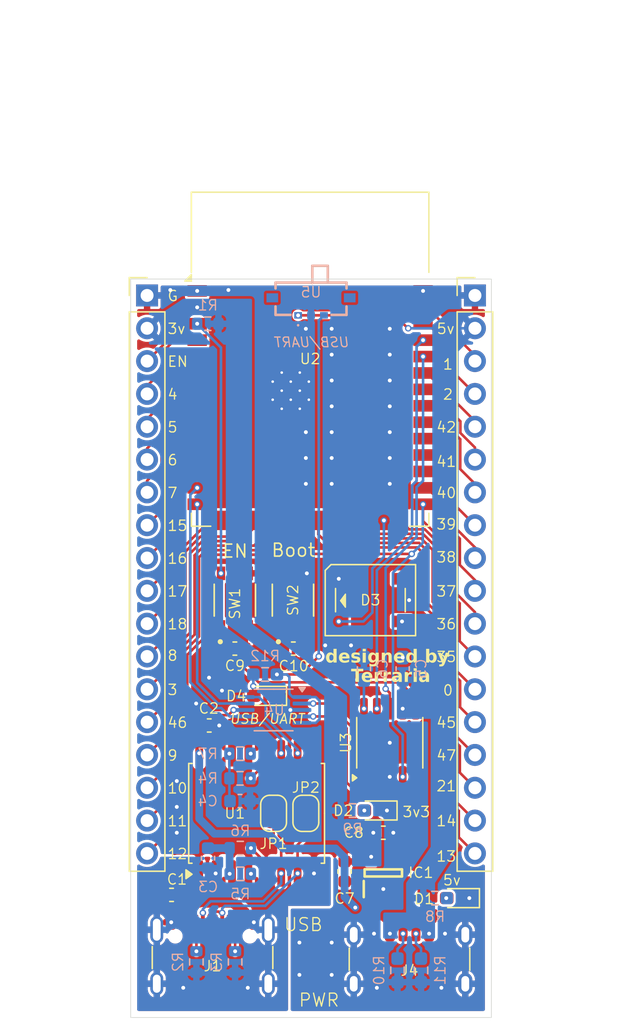
<source format=kicad_pcb>
(kicad_pcb (version 20241229) (generator "pcbnew") (generator_version "9.0")
  (layers (0 "F.Cu" signal) (2 "B.Cu" signal) (13 "F.Paste" user) (15 "B.Paste" user) (5 "F.SilkS" user "F.Silkscreen") (7 "B.SilkS" user "B.Silkscreen") (1 "F.Mask" user) (3 "B.Mask" user) (25 "Edge.Cuts" user))
  (net 0 "")
  (net 1 "VBUS")
  (net 2 "GNDPWR")
  (net 3 "+5V")
  (net 4 "GND")
  (net 5 "Net-(U1-VDD1)")
  (net 6 "Net-(U1-VDD2)")
  (net 7 "Net-(U3-V3)")
  (net 8 "+3V3")
  (net 9 "EN")
  (net 10 "DTR#")
  (net 11 "Net-(D1-A)")
  (net 12 "Net-(D2-A)")
  (net 13 "Net-(D3-DIN)")
  (net 15 "Net-(D4-A)")
  (net 17 "Net-(J1-CC1)")
  (net 18 "Net-(JP2-A)")
  (net 19 "Net-(J1-CC2)")
  (net 20 "Net-(JP1-A)")
  (net 23 "/IO18")
  (net 24 "/IO16")
  (net 25 "/IO45")
  (net 26 "/IO38")
  (net 27 "/IO17")
  (net 28 "/IO41")
  (net 29 "/IO42")
  (net 30 "/IO36")
  (net 31 "/IO47")
  (net 32 "/IO39")
  (net 33 "/IO40")
  (net 34 "/IO37")
  (net 35 "/IO35")
  (net 36 "/IO46")
  (net 37 "/IO21")
  (net 38 "/IO3")
  (net 39 "/IO14")
  (net 40 "/IO15")
  (net 41 "/IO13")
  (net 42 "/IO1")
  (net 43 "/IO4")
  (net 44 "/IO2")
  (net 45 "/IO9")
  (net 46 "/IO8")
  (net 47 "/IO6")
  (net 48 "/IO7")
  (net 49 "/IO11")
  (net 50 "/IO12")
  (net 51 "/IO5")
  (net 52 "/IO10")
  (net 53 "Net-(J4-CC1)")
  (net 54 "Net-(J4-CC2)")
  (net 55 "DD-")
  (net 56 "DD+")
  (net 57 "Net-(U1-PIN)")
  (net 58 "Net-(U1-PDEN)")
  (net 59 "Net-(U1-SPU)")
  (net 60 "Net-(U1-SPD)")
  (net 61 "sw")
  (net 62 "D+")
  (net 63 "D-")
  (net 64 "Rx")
  (net 65 "Tx")
  (net 67 "UD+")
  (net 68 "UD-")
  (footprint "Connector_PinHeader_2.54mm:PinHeader_1x18_P2.54mm_Vertical" (layer "F.Cu") (at 228.6 58.42)
    (property "Reference" "J2" (hide yes))
    (property "Value" "Conn_01x18_Pin" (hide yes))
  )
  (footprint "Package_SO:SSOP-10-1EP_3.9x4.9mm_P1mm_EP2.1x3.3mm" (layer "F.Cu") (at 222 93.0375 90)
    (property "Reference" "U3")
    (property "Value" "CH340K")
  )
  (footprint "Yamaha:SW_SKRPABE010" (layer "F.Cu") (at 210 82 90)
    (property "Reference" "SW1")
    (property "Value" "SW_MEC_5E" (hide yes))
  )
  (footprint "Connector_USB:USB_C_Receptacle_GCT_USB4105-xx-A_16P_TopMnt_Horizontal" (layer "F.Cu") (at 208.27 110.61)
    (property "Reference" "J1")
    (property "Value" "USB_C_Receptacle_USB2.0_16P" (hide yes))
  )
  (footprint "Connector_PinHeader_2.54mm:PinHeader_1x18_P2.54mm_Vertical" (layer "F.Cu") (at 203.2 58.42)
    (property "Reference" "J3" (hide yes))
    (property "Value" "Conn_01x18_Pin" (hide yes))
  )
  (footprint "Package_SO:SOIC-16W_7.5x10.3mm_P1.27mm" (layer "F.Cu") (at 211.685 98.5 90)
    (property "Reference" "U1")
    (property "Value" "ADUM3160" (hide yes))
  )
  (footprint "Capacitor_SMD:C_0603_1608Metric" (layer "F.Cu") (at 218.5 103 -90)
    (property "Reference" "C7")
    (property "Value" "C_Small" (hide yes))
  )
  (footprint "Capacitor_SMD:C_0603_1608Metric" (layer "F.Cu") (at 210 85.75 180)
    (property "Reference" "C9")
    (property "Value" "C_Small" (hide yes))
  )
  (footprint "Capacitor_SMD:C_0603_1608Metric" (layer "F.Cu") (at 214.53 85.75 180)
    (property "Reference" "C10")
    (property "Value" "C_Small")
  )
  (footprint "RF_Module:ESP32-S3-WROOM-1" (layer "F.Cu") (at 215.83 63.33)
    (property "Reference" "U2")
    (property "Value" "ESP32-S3-WROOM-1")
  )
  (footprint "Jumper:SolderJumper-2_P1.3mm_Open_RoundedPad1.0x1.5mm" (layer "F.Cu") (at 213 98.5 90)
    (property "Reference" "JP1")
    (property "Value" "SolderJumper_2_Open" (hide yes))
  )
  (footprint "Capacitor_SMD:C_0603_1608Metric" (layer "F.Cu") (at 208.015 91.7 180)
    (property "Reference" "C2")
    (property "Value" "C_Small" (hide yes))
  )
  (footprint "LED_SMD:LED_0603_1608Metric_Pad1.05x0.95mm_HandSolder" (layer "F.Cu") (at 227.2875 105.06 180)
    (property "Reference" "D1")
    (property "Value" "LED_Small" (hide yes))
  )
  (footprint "Jumper:SolderJumper-2_P1.3mm_Open_RoundedPad1.0x1.5mm" (layer "F.Cu") (at 215.5 98.5 90)
    (property "Reference" "JP2")
    (property "Value" "SolderJumper_2_Open" (hide yes))
  )
  (footprint "Capacitor_SMD:C_0603_1608Metric" (layer "F.Cu") (at 221.5 100)
    (property "Reference" "C8")
    (property "Value" "C_Small" (hide yes))
  )
  (footprint "Yamaha:SW_SKRPABE010" (layer "F.Cu") (at 214.5 82 90)
    (property "Reference" "SW2")
    (property "Value" "SW_MEC_5E" (hide yes))
  )
  (footprint "LED_SMD:LED_0603_1608Metric_Pad1.05x0.95mm_HandSolder" (layer "F.Cu") (at 220.905 98.28 180)
    (property "Reference" "D2")
    (property "Value" "LED_Small" (hide yes))
  )
  (footprint "LED_SMD:LED_0603_1608Metric_Pad1.05x0.95mm_HandSolder" (layer "F.Cu") (at 212.344 89.408 180)
    (property "Reference" "D4")
    (property "Value" "LED_Small" (hide yes))
  )
  (footprint "Capacitor_SMD:C_0603_1608Metric" (layer "F.Cu") (at 205.095 104.81)
    (property "Reference" "C1")
    (property "Value" "C_Small" (hide yes))
  )
  (footprint "LED_SMD:LED_WS2812B_PLCC4_5.0x5.0mm_P3.2mm" (layer "F.Cu") (at 220.5 82 180)
    (property "Reference" "D3")
    (property "Value" "WS2812B" (hide yes))
  )
  (footprint "Connector_USB:USB_C_Receptacle_GCT_USB4125-xx-x_6P_TopMnt_Horizontal" (layer "F.Cu") (at 223.53 110.89)
    (property "Reference" "J4")
    (property "Value" "USB_C_Receptacle_PowerOnly_6P" (hide yes))
  )
  (footprint "footprints:SOT94P280X100-5N" (layer "F.Cu") (at 221.5 103.11 90)
    (property "Reference" "IC1")
    (property "Value" "RT9080N-08GJ5" (hide yes))
  )
  (footprint "Capacitor_SMD:C_0603_1608Metric" (layer "B.Cu") (at 210.4 97.55 180)
    (property "Reference" "C4")
    (property "Value" "C_Small" (hide yes))
  )
  (footprint "Resistor_SMD:R_0603_1608Metric_Pad0.98x0.95mm_HandSolder" (layer "B.Cu") (at 212.344 87.75 180)
    (property "Reference" "R12")
    (property "Value" "10k" (hide yes))
  )
  (footprint "Resistor_SMD:R_0603_1608Metric_Pad0.98x0.95mm_HandSolder" (layer "B.Cu") (at 219.12 98.28)
    (property "Reference" "R9")
    (property "Value" "10k" (hide yes))
  )
  (footprint "Resistor_SMD:R_0603_1608Metric" (layer "B.Cu") (at 210.42 103.18)
    (property "Reference" "R5")
    (property "Value" "10k")
  )
  (footprint "Capacitor_SMD:C_0603_1608Metric_Pad1.08x0.95mm_HandSolder" (layer "B.Cu") (at 220 87.3075 90)
    (property "Reference" "C6")
    (property "Value" "0.1u" (hide yes))
  )
  (footprint "Capacitor_SMD:C_0603_1608Metric" (layer "B.Cu") (at 207.92 101.965 90)
    (property "Reference" "C3")
    (property "Value" "C_Small" (hide yes))
  )
  (footprint "Resistor_SMD:R_0603_1608Metric_Pad0.98x0.95mm_HandSolder" (layer "B.Cu") (at 225.5075 105.06)
    (property "Reference" "R8")
    (property "Value" "10k" (hide yes))
  )
  (footprint "Resistor_SMD:R_0603_1608Metric" (layer "B.Cu") (at 207.02 110 -90)
    (property "Reference" "R2")
    (property "Value" "4.7k" (hide yes))
  )
  (footprint "Resistor_SMD:R_0603_1608Metric" (layer "B.Cu") (at 210.02 110 -90)
    (property "Reference" "R3")
    (property "Value" "4.7k" (hide yes))
  )
  (footprint "Package_SO:VSSOP-10_3x3mm_P0.5mm" (layer "B.Cu") (at 213 90.5 180)
    (property "Reference" "U4")
    (property "Value" "TS5A23159DGS")
  )
  (footprint "Resistor_SMD:R_0603_1608Metric_Pad0.98x0.95mm_HandSolder" (layer "B.Cu") (at 222.6 110.6525 -90)
    (property "Reference" "R10")
    (property "Value" "4.7k" (hide yes))
  )
  (footprint "Capacitor_SMD:C_0603_1608Metric_Pad1.08x0.95mm_HandSolder" (layer "B.Cu") (at 223 87.3075 90)
    (property "Reference" "C5")
    (property "Value" "0.1u" (hide yes))
  )
  (footprint "Resistor_SMD:R_0603_1608Metric" (layer "B.Cu") (at 210.4 95.79 180)
    (property "Reference" "R4")
    (property "Value" "10k")
  )
  (footprint "Resistor_SMD:R_0603_1608Metric" (layer "B.Cu") (at 210.4 93.88 180)
    (property "Reference" "R7")
    (property "Value" "10k")
  )
  (footprint "Resistor_SMD:R_0603_1608Metric" (layer "B.Cu") (at 210.42 101.19)
    (property "Reference" "R6")
    (property "Value" "10k")
  )
  (footprint "Resistor_SMD:R_0603_1608Metric_Pad0.98x0.95mm_HandSolder" (layer "B.Cu") (at 224.42 110.6525 -90)
    (property "Reference" "R11")
    (property "Value" "4.7k" (hide yes))
  )
  (footprint "Resistor_SMD:R_0603_1608Metric" (layer "B.Cu") (at 207.905 60.61 180)
    (property "Reference" "R1")
    (property "Value" "10k")
  )
  (footprint "footprints:SSAJ120100" (layer "B.Cu") (at 215.9 58.674)
    (property "Reference" "U5")
    (property "Value" "~" (hide yes))
  )
  (gr_poly (pts (xy 218.186 82.042) (xy 218.567 81.534) (xy 218.567 82.55)) (stroke (width 0.1)) (fill yes) (layer "F.SilkS"))
  (gr_rect (start 201.93 57.15) (end 229.87 114.3) (stroke (width 0.05)) (fill no) (layer "Edge.Cuts"))
  (gr_text "13" (at 225.552 102.3 0) (layer "F.SilkS") (effects (font (size 0.8 0.8) (thickness 0.1)) (justify left bottom)))
  (gr_text "2" (at 226.06 66.548 0) (layer "F.SilkS") (effects (font (size 0.8 0.8) (thickness 0.1)) (justify left bottom)))
  (gr_text "3v" (at 204.724 61.468 0) (layer "F.SilkS") (effects (font (size 0.8 0.8) (thickness 0.1)) (justify left bottom)))
  (gr_text "38" (at 225.552 79.15 0) (layer "F.SilkS") (effects (font (size 0.8 0.8) (thickness 0.1)) (justify left bottom)))
  (gr_text "37" (at 225.552 81.788 0) (layer "F.SilkS") (effects (font (size 0.8 0.8) (thickness 0.1)) (justify left bottom)))
  (gr_text "41" (at 225.552 71.75 0) (layer "F.SilkS") (effects (font (size 0.8 0.8) (thickness 0.1)) (justify left bottom)))
  (gr_text "0" (at 226.06 89.45 0) (layer "F.SilkS") (effects (font (size 0.8 0.8) (thickness 0.1)) (justify left bottom)))
  (gr_text "3v3" (at 222.93 98.86 0) (layer "F.SilkS") (effects (font (size 0.8 0.8) (thickness 0.1)) (justify left bottom)))
  (gr_text "4\n" (at 204.724 66.548 0) (layer "F.SilkS") (effects (font (size 0.8 0.8) (thickness 0.1)) (justify left bottom)))
  (gr_text "46" (at 204.724 91.948 0) (layer "F.SilkS") (effects (font (size 0.8 0.8) (thickness 0.1)) (justify left bottom)))
  (gr_text "USB/UART" (at 209.55 91.625 0) (layer "F.SilkS") (effects (font (size 0.75 0.75) (thickness 0.1) (italic yes)) (justify left bottom)))
  (gr_text "5v" (at 225.58 61.468 0) (layer "F.SilkS") (effects (font (size 0.8 0.8) (thickness 0.1)) (justify left bottom)))
  (gr_text "15" (at 204.724 76.708 0) (layer "F.SilkS") (effects (font (size 0.8 0.8) (thickness 0.1)) (justify left bottom)))
  (gr_text "designed by" (at 217 87 0) (layer "F.SilkS") (effects (font (size 1 1) (thickness 0.2) (bold yes) (italic yes)) (justify left bottom)))
  (gr_text "36" (at 225.552 84.328 0) (layer "F.SilkS") (effects (font (size 0.8 0.8) (thickness 0.1)) (justify left bottom)))
  (gr_text "39" (at 225.552 76.6 0) (layer "F.SilkS") (effects (font (size 0.8 0.8) (thickness 0.1)) (justify left bottom)))
  (gr_text "9" (at 204.724 94.488 0) (layer "F.SilkS") (effects (font (size 0.8 0.8) (thickness 0.1)) (justify left bottom)))
  (gr_text "14" (at 225.552 99.56 0) (layer "F.SilkS") (effects (font (size 0.8 0.8) (thickness 0.1)) (justify left bottom)))
  (gr_text "6" (at 204.724 71.628 0) (layer "F.SilkS") (effects (font (size 0.8 0.8) (thickness 0.1)) (justify left bottom)))
  (gr_text "3" (at 204.724 89.408 0) (layer "F.SilkS") (effects (font (size 0.8 0.8) (thickness 0.1)) (justify left bottom)))
  (gr_text "PWR\n" (at 214.884 113.538 0) (layer "F.SilkS") (effects (font (size 1 1) (thickness 0.1)) (justify left bottom)))
  (gr_text "EN" (at 208.96 78.79 0) (layer "F.SilkS") (effects (font (size 1 1) (thickness 0.125)) (justify left bottom)))
  (gr_text "8" (at 204.724 86.76 0) (layer "F.SilkS") (effects (font (size 0.8 0.8) (thickness 0.1)) (justify left bottom)))
  (gr_text "40" (at 225.552 74.168 0) (layer "F.SilkS") (effects (font (size 0.8 0.8) (thickness 0.1)) (justify left bottom)))
  (gr_text "17" (at 204.724 81.788 0) (layer "F.SilkS") (effects (font (size 0.8 0.8) (thickness 0.1)) (justify left bottom)))
  (gr_text "EN" (at 204.724 64.008 0) (layer "F.SilkS") (effects (font (size 0.8 0.8) (thickness 0.1)) (justify left bottom)))
  (gr_text "G" (at 204.724 58.928 0) (layer "F.SilkS") (effects (font (size 0.8 0.8) (thickness 0.1)) (justify left bottom)))
  (gr_text "5" (at 204.724 69.088 0) (layer "F.SilkS") (effects (font (size 0.8 0.8) (thickness 0.1)) (justify left bottom)))
  (gr_text "5v" (at 226.06 104.14 0) (layer "F.SilkS") (effects (font (size 0.8 0.8) (thickness 0.1)) (justify left bottom)))
  (gr_text "Boot" (at 212.76 78.72 0) (layer "F.SilkS") (effects (font (size 1 1) (thickness 0.125)) (justify left bottom)))
  (gr_text "21" (at 225.552 96.86 0) (layer "F.SilkS") (effects (font (size 0.8 0.8) (thickness 0.1)) (justify left bottom)))
  (gr_text "16" (at 204.724 79.248 0) (layer "F.SilkS") (effects (font (size 0.8 0.8) (thickness 0.1)) (justify left bottom)))
  (gr_text "11" (at 204.724 99.568 0) (layer "F.SilkS") (effects (font (size 0.8 0.8) (thickness 0.1)) (justify left bottom)))
  (gr_text "7" (at 204.724 74.168 0) (layer "F.SilkS") (effects (font (size 0.8 0.8) (thickness 0.1)) (justify left bottom)))
  (gr_text "47" (at 225.552 94.488 0) (layer "F.SilkS") (effects (font (size 0.8 0.8) (thickness 0.1)) (justify left bottom)))
  (gr_text "42" (at 225.552 69.088 0) (layer "F.SilkS") (effects (font (size 0.8 0.8) (thickness 0.1)) (justify left bottom)))
  (gr_text "35" (at 225.552 86.86 0) (layer "F.SilkS") (effects (font (size 0.8 0.8) (thickness 0.1)) (justify left bottom)))
  (gr_text "45" (at 225.552 91.948 0) (layer "F.SilkS") (effects (font (size 0.8 0.8) (thickness 0.1)) (justify left bottom)))
  (gr_text "18" (at 204.724 84.328 0) (layer "F.SilkS") (effects (font (size 0.8 0.8) (thickness 0.1)) (justify left bottom)))
  (gr_text "12" (at 204.724 102.108 0) (layer "F.SilkS") (effects (font (size 0.8 0.8) (thickness 0.1)) (justify left bottom)))
  (gr_text "1\n" (at 226.06 64.22 0) (layer "F.SilkS") (effects (font (size 0.8 0.8) (thickness 0.1)) (justify left bottom)))
  (gr_text "USB" (at 213.741 107.696 0) (layer "F.SilkS") (effects (font (size 1 1) (thickness 0.1)) (justify left bottom)))
  (gr_text "10" (at 204.724 97.028 0) (layer "F.SilkS") (effects (font (size 0.8 0.8) (thickness 0.1)) (justify left bottom)))
  (gr_text "Terraria" (at 219 88.5 0) (layer "F.SilkS") (effects (font (size 1 1) (thickness 0.2) (bold yes) (italic yes)) (justify left bottom)))
  (gr_text "USB/UART" (at 218.948 62.484 -0) (layer "B.SilkS") (effects (font (size 0.75 0.75) (thickness 0.1) (italic yes)) (justify left bottom mirror)))
  (via (at 211.47 106.93) (size 0.5) (drill 0.3) (layers "F.Cu" "B.Cu") (net 2))
  (via (at 205.07 106.93) (size 0.5) (drill 0.3) (layers "F.Cu" "B.Cu") (net 2))
  (via (at 216.13 103.15) (size 0.5) (drill 0.3) (layers "F.Cu" "B.Cu") (net 2))
  (via (at 206 112) (size 0.5) (drill 0.3) (layers "F.Cu" "B.Cu") (net 2))
  (via (at 208.51 103.15) (size 0.5) (drill 0.3) (layers "F.Cu" "B.Cu") (net 2))
  (via (at 211 112) (size 0.5) (drill 0.3) (layers "F.Cu" "B.Cu") (net 2))
  (segment (start 208.33 103.15) (end 207.92 102.74) (width 0.6) (layer "B.Cu") (net 2))
  (segment (start 208.51 103.15) (end 208.33 103.15) (width 0.6) (layer "B.Cu") (net 2))
  (segment (start 207.24 91.7) (end 207.24 93.85) (width 0.6) (layer "F.Cu") (net 3))
  (segment (start 209.5 90.9) (end 208.04 90.9) (width 0.2) (layer "F.Cu") (net 3))
  (segment (start 223.429998 60.96) (end 223.4 60.96) (width 0.2) (layer "F.Cu") (net 3))
  (segment (start 223.4 60.96) (end 222.399 59.959) (width 0.2) (layer "F.Cu") (net 3))
  (segment (start 209.9 90.5) (end 209.5 90.9) (width 0.2) (layer "F.Cu") (net 3))
  (segment (start 222.399 59.959) (end 214.9 59.959) (width 0.2) (layer "F.Cu") (net 3))
  (segment (start 208.04 90.9) (end 207.24 91.7) (width 0.2) (layer "F.Cu") (net 3))
  (via (at 219.329 105.791) (size 0.5) (drill 0.3) (layers "F.Cu" "B.Cu") (net 3))
  (via (at 223 90.4) (size 0.5) (drill 0.3) (layers "F.Cu" "B.Cu") (net 3))
  (via (at 214.9 59.959) (size 0.5) (drill 0.3) (layers "F.Cu" "B.Cu") (net 3))
  (via (at 223.429998 60.96) (size 0.5) (drill 0.3) (layers "F.Cu" "B.Cu") (net 3))
  (via (at 222.01 107.81) (size 0.5) (drill 0.3) (layers "F.Cu" "B.Cu") (net 3))
  (via (at 222.95 83.65) (size 0.5) (drill 0.3) (layers "F.Cu" "B.Cu") (net 3))
  (via (at 207.24 93.85) (size 0.5) (drill 0.3) (layers "F.Cu" "B.Cu") (net 3))
  (via (at 209.9 90.5) (size 0.5) (drill 0.3) (layers "F.Cu" "B.Cu") (net 3))
  (via (at 225.05 107.81) (size 0.5) (drill 0.3) (layers "F.Cu" "B.Cu") (net 3))
  (segment (start 212.598 100.076) (end 208.407 100.076) (width 0.6) (layer "B.Cu") (net 3))
  (segment (start 208.407 100.076) (end 207.24 98.909) (width 0.6) (layer "B.Cu") (net 3))
  (segment (start 218.5 101.914) (end 217.805 101.219) (width 0.6) (layer "B.Cu") (net 3))
  (segment (start 217.805 101.219) (end 213.741 101.219) (width 0.6) (layer "B.Cu") (net 3))
  (segment (start 213.741 101.219) (end 212.598 100.076) (width 0.6) (layer "B.Cu") (net 3))
  (segment (start 225.05 107.81) (end 225.05 105.515) (width 0.6) (layer "B.Cu") (net 3))
  (segment (start 228.6 60.96) (end 223.429998 60.96) (width 0.2) (layer "B.Cu") (net 3))
  (segment (start 210.8 90.5) (end 209.9 90.5) (width 0.2) (layer "B.Cu") (net 3))
  (segment (start 219.329 105.791) (end 218.5 104.962) (width 0.6) (layer "B.Cu") (net 3))
  (segment (start 218.5 104.962) (end 218.5 101.914) (width 0.6) (layer "B.Cu") (net 3))
  (segment (start 225.05 105.515) (end 224.595 105.06) (width 0.6) (layer "B.Cu") (net 3))
  (segment (start 207.24 98.909) (end 207.24 93.85) (width 0.6) (layer "B.Cu") (net 3))
  (via (at 222 65) (size 0.5) (drill 0.3) (layers "F.Cu" "B.Cu") (net 4))
  (via (at 217.5 69) (size 0.5) (drill 0.3) (layers "F.Cu" "B.Cu") (net 4))
  (via (at 208.79 91.7) (size 0.5) (drill 0.3) (layers "F.Cu" "B.Cu") (net 4))
  (via (at 222 61) (size 0.5) (drill 0.3) (layers "F.Cu" "B.Cu") (net 4))
  (via (at 207.08 58.07) (size 0.5) (drill 0.3) (layers "F.Cu" "B.Cu") (net 4))
  (via (at 219 85.5) (size 0.5) (drill 0.3) (layers "F.Cu" "B.Cu") (net 4))
  (via (at 215.5 69) (size 0.5) (drill 0.3) (layers "F.Cu" "B.Cu") (net 4))
  (via (at 217.5 71) (size 0.5) (drill 0.3) (layers "F.Cu" "B.Cu") (net 4))
  (via (at 209 89) (size 0.5) (drill 0.3) (layers "F.Cu" "B.Cu") (net 4))
  (via (at 205.5 96) (size 0.5) (drill 0.3) (layers "F.Cu" "B.Cu") (net 4))
  (via (at 215.5 71) (size 0.5) (drill 0.3) (layers "F.Cu" "B.Cu") (net 4))
  (via (at 208 88) (size 0.5) (drill 0.3) (layers "F.Cu" "B.Cu") (net 4))
  (via (at 222 73) (size 0.5) (drill 0.3) (layers "F.Cu" "B.Cu") (net 4))
  (via (at 222 63) (size 0.5) (drill 0.3) (layers "F.Cu" "B.Cu") (net 4))
  (via (at 217.5 108.5) (size 0.5) (drill 0.3) (layers "F.Cu" "B.Cu") (net 4))
  (via (at 217.5 67) (size 0.5) (drill 0.3) (layers "F.Cu" "B.Cu") (net 4))
  (via (at 215.5 73) (size 0.5) (drill 0.3) (layers "F.Cu" "B.Cu") (net 4))
  (via (at 214.3 90.5) (size 0.5) (drill 0.3) (layers "F.Cu" "B.Cu") (net 4))
  (via (at 222 71) (size 0.5) (drill 0.3) (layers "F.Cu" "B.Cu") (net 4))
  (via (at 205.5 98) (size 0.5) (drill 0.3) (layers "F.Cu" "B.Cu") (net 4))
  (via (at 222 69) (size 0.5) (drill 0.3) (layers "F.Cu" "B.Cu") (net 4))
  (via (at 222 67) (size 0.5) (drill 0.3) (layers "F.Cu" "B.Cu") (net 4))
  (via (at 222 95.675) (size 0.5) (drill 0.3) (layers "F.Cu" "B.Cu") (net 4))
  (via (at 215 108.5) (size 0.5) (drill 0.3) (layers "F.Cu" "B.Cu") (net 4))
  (via (at 205 58) (size 0.5) (drill 0.3) (layers "F.Cu" "B.Cu") (net 4))
  (via (at 218.05 80.35) (size 0.5) (drill 0.3) (layers "F.Cu" "B.Cu") (net 4))
  (via (at 223 86.445) (size 0.5) (drill 0.3) (layers "F.Cu" "B.Cu") (net 4))
  (via (at 222.275 100) (size 0.5) (drill 0.3) (layers "F.Cu" "B.Cu") (net 4))
  (via (at 215.5 61) (size 0.5) (drill 0.3) (layers "F.Cu" "B.Cu") (net 4))
  (via (at 217.5 73) (size 0.5) (drill 0.3) (layers "F.Cu" "B.Cu") (net 4))
  (via (at 221.78 98.28) (size 0.5) (drill 0.3) (layers "F.Cu" "B.Cu") (net 4))
  (via (at 217.5 63) (size 0.5) (drill 0.3) (layers "F.Cu" "B.Cu") (net 4))
  (via (at 228.1625 105.06) (size 0.5) (drill 0.3) (layers "F.Cu" "B.Cu") (net 4))
  (via (at 215.575 79.925) (size 0.5) (drill 0.3) (layers "F.Cu" "B.Cu") (net 4))
  (via (at 209.5 58) (size 0.5) (drill 0.3) (layers "F.Cu" "B.Cu") (net 4))
  (via (at 221 112) (size 0.5) (drill 0.3) (layers "F.Cu" "B.Cu") (net 4))
  (via (at 222 93.0375) (size 0.5) (drill 0.3) (layers "F.Cu" "B.Cu") (net 4))
  (via (at 215 111) (size 0.5) (drill 0.3) (layers "F.Cu" "B.Cu") (net 4))
  (via (at 226 112) (size 0.5) (drill 0.3) (layers "F.Cu" "B.Cu") (net 4))
  (via (at 217.5 61) (size 0.5) (drill 0.3) (layers "F.Cu" "B.Cu") (net 4))
  (via (at 217.5 111) (size 0.5) (drill 0.3) (layers "F.Cu" "B.Cu") (net 4))
  (via (at 220.78 107.81) (size 0.5) (drill 0.3) (layers "F.Cu" "B.Cu") (net 4))
  (via (at 217 85.5) (size 0.5) (drill 0.3) (layers "F.Cu" "B.Cu") (net 4))
  (via (at 223.5 82) (size 0.5) (drill 0.3) (layers "F.Cu" "B.Cu") (net 4))
  (via (at 226.28 107.81) (size 0.5) (drill 0.3) (layers "F.Cu" "B.Cu") (net 4))
  (via (at 205.5 100) (size 0.5) (drill 0.3) (layers "F.Cu" "B.Cu") (net 4))
  (via (at 217.5 65) (size 0.5) (drill 0.3) (layers "F.Cu" "B.Cu") (net 4))
  (via (at 221.5 104.36) (size 0.5) (drill 0.3) (layers "F.Cu" "B.Cu") (net 4))
  (via (at 224.58 58.07) (size 0.5) (drill 0.3) (layers "F.Cu" "B.Cu") (net 4))
  (via (at 207 90) (size 0.5) (drill 0.3) (layers "F.Cu" "B.Cu") (net 4))
  (via (at 209.595 103.18) (size 0.5) (drill 0.3) (layers "F.Cu" "B.Cu") (net 5))
  (segment (start 209.595 101.19) (end 209.595 103.18) (width 0.6) (layer "B.Cu") (net 5))
  (segment (start 207.92 101.19) (end 209.595 101.19) (width 0.6) (layer "B.Cu") (net 5))
  (via (at 209.575 93.88) (size 0.5) (drill 0.3) (layers "F.Cu" "B.Cu") (net 6))
  (segment (start 209.575 95.79) (end 209.575 93.88) (width 0.2) (layer "B.Cu") (net 6))
  (segment (start 209.575 97.5) (end 209.625 97.55) (width 0.2) (layer "B.Cu") (net 6))
  (segment (start 209.575 95.79) (end 209.575 97.5) (width 0.2) (layer "B.Cu") (net 6))
  (via (at 220 90.4) (size 0.5) (drill 0.3) (layers "F.Cu" "B.Cu") (net 7))
  (segment (start 220 88.17) (end 220 90.4) (width 0.2) (layer "B.Cu") (net 7))
  (via (at 207.08 59.34) (size 0.5) (drill 0.3) (layers "F.Cu" "B.Cu") (net 8))
  (via (at 220.56 101.86) (size 0.5) (drill 0.3) (layers "F.Cu" "B.Cu") (net 8))
  (via (at 220.725 100) (size 0.5) (drill 0.3) (layers "F.Cu" "B.Cu") (net 8))
  (segment (start 224 89.57) (end 224 90.4) (width 0.2) (layer "F.Cu") (net 9))
  (segment (start 207.08 60.61) (end 206.09 60.61) (width 0.2) (layer "F.Cu") (net 9))
  (segment (start 211.835 88.36) (end 222.79 88.36) (width 0.2) (layer "F.Cu") (net 9))
  (segment (start 209.225 84.375) (end 208.925 84.075) (width 0.2) (layer "F.Cu") (net 9))
  (segment (start 209.225 85.75) (end 211.835 88.36) (width 0.2) (layer "F.Cu") (net 9))
  (segment (start 206.09 60.61) (end 203.2 63.5) (width 0.2) (layer "F.Cu") (net 9))
  (segment (start 222.79 88.36) (end 224 89.57) (width 0.2) (layer "F.Cu") (net 9))
  (segment (start 208.925 84.075) (end 208.925 79.925) (width 0.2) (layer "F.Cu") (net 9))
  (segment (start 209.225 85.75) (end 209.225 84.375) (width 0.2) (layer "F.Cu") (net 9))
  (via (at 208.925 79.925) (size 0.5) (drill 0.3) (layers "F.Cu" "B.Cu") (net 9))
  (via (at 207.08 60.61) (size 0.5) (drill 0.3) (layers "F.Cu" "B.Cu") (net 9))
  (segment (start 208.925 62.455) (end 208.925 79.925) (width 0.2) (layer "B.Cu") (net 9))
  (segment (start 207.08 60.61) (end 208.925 62.455) (width 0.2) (layer "B.Cu") (net 9))
  (segment (start 224.58 75.885557) (end 226.056 77.361557) (width 0.2) (layer "F.Cu") (net 10))
  (segment (start 213.755 84.405) (end 213.425 84.075) (width 0.2) (layer "F.Cu") (net 10))
  (segment (start 226.056 77.361557) (end 226.377 77.682555) (width 0.2) (layer "F.Cu") (net 10))
  (segment (start 226.377 77.682555) (end 226.377 81.699778) (width 0.2) (layer "F.Cu") (net 10))
  (segment (start 224.58 74.58) (end 224.58 75.885557) (width 0.2) (layer "F.Cu") (net 10))
  (segment (start 214.927 78.423) (end 213.425 79.925) (width 0.2) (layer "F.Cu") (net 10))
  (segment (start 226.377 81.699778) (end 227.069 82.391778) (width 0.2) (layer "F.Cu") (net 10))
  (segment (start 223.7 78.423) (end 214.927 78.423) (width 0.2) (layer "F.Cu") (net 10))
  (segment (start 227.069 87.369) (end 228.6 88.9) (width 0.2) (layer "F.Cu") (net 10))
  (segment (start 213.425 79.925) (end 213.425 84.075) (width 0.2) (layer "F.Cu") (net 10))
  (segment (start 213.755 85.75) (end 213.755 84.405) (width 0.2) (layer "F.Cu") (net 10))
  (segment (start 227.069 82.391778) (end 227.069 87.369) (width 0.2) (layer "F.Cu") (net 10))
  (via (at 224.58 74.58) (size 0.5) (drill 0.3) (layers "F.Cu" "B.Cu") (net 10))
  (via (at 223 95.675) (size 0.5) (drill 0.3) (layers "F.Cu" "B.Cu") (net 10))
  (via (at 223.7 78.423) (size 0.5) (drill 0.3) (layers "F.Cu" "B.Cu") (net 10))
  (segment (start 223 92.43) (end 223 95.675) (width 0.2) (layer "B.Cu") (net 10))
  (segment (start 223.7 78.423) (end 224.56 77.563) (width 0.2) (layer "B.Cu") (net 10))
  (segment (start 224.56 77.563) (end 224.56 74.6) (width 0.2) (layer "B.Cu") (net 10))
  (segment (start 222.25 79.873) (end 222.25 91.68) (width 0.2) (layer "B.Cu") (net 10))
  (segment (start 224.56 74.6) (end 224.58 74.58) (width 0.2) (layer "B.Cu") (net 10))
  (segment (start 223.7 78.423) (end 222.25 79.873) (width 0.2) (layer "B.Cu") (net 10))
  (segment (start 222.25 91.68) (end 223 92.43) (width 0.2) (layer "B.Cu") (net 10))
  (via (at 226.375 105.06) (size 0.5) (drill 0.3) (layers "F.Cu" "B.Cu") (net 11))
  (via (at 220.03 98.28) (size 0.5) (drill 0.3) (layers "F.Cu" "B.Cu") (net 12))
  (via (at 221.545 75.83) (size 0.5) (drill 0.3) (layers "F.Cu" "B.Cu") (net 13))
  (via (at 218.05 83.65) (size 0.5) (drill 0.3) (layers "F.Cu" "B.Cu") (net 13))
  (segment (start 219.96 83.65) (end 218.05 83.65) (width 0.2) (layer "B.Cu") (net 13))
  (segment (start 221.545 75.83) (end 221.545 78.652224) (width 0.2) (layer "B.Cu") (net 13))
  (segment (start 221.545 78.652224) (end 220.649 79.548224) (width 0.2) (layer "B.Cu") (net 13))
  (segment (start 220.649 79.548224) (end 220.649 82.961) (width 0.2) (layer "B.Cu") (net 13))
  (segment (start 220.649 82.961) (end 219.96 83.65) (width 0.2) (layer "B.Cu") (net 13))
  (segment (start 211.428946 88.661054) (end 211.428946 89.367946) (width 0.2) (layer "F.Cu") (net 15))
  (segment (start 211.428946 89.367946) (end 211.469 89.408) (width 0.2) (layer "F.Cu") (net 15))
  (via (at 211.428946 88.661054) (size 0.5) (drill 0.3) (layers "F.Cu" "B.Cu") (net 15))
  (segment (start 211.4315 87.75) (end 211.4315 88.6585) (width 0.2) (layer "B.Cu") (net 15))
  (segment (start 211.4315 88.6585) (end 211.428946 88.661054) (width 0.2) (layer "B.Cu") (net 15))
  (segment (start 207.02 106.93) (end 207.02 109.175) (width 0.2) (layer "F.Cu") (net 17))
  (via (at 207.02 109.175) (size 0.5) (drill 0.3) (layers "F.Cu" "B.Cu") (net 17))
  (segment (start 208.02 106.93) (end 208.02 106.355001) (width 0.2) (layer "F.Cu") (net 18))
  (segment (start 208.7462 106.104) (end 209.02 106.3778) (width 0.2) (layer "F.Cu") (net 18))
  (segment (start 209.02 106.3778) (end 209.02 106.93) (width 0.2) (layer "F.Cu") (net 18))
  (segment (start 215.5 100.29) (end 214.86 100.93) (width 0.2) (layer "F.Cu") (net 18))
  (segment (start 214.86 100.93) (end 214.86 103.15) (width 0.2) (layer "F.Cu") (net 18))
  (segment (start 209.02 106.2) (end 209.02 106.93) (width 0.2) (layer "F.Cu") (net 18))
  (segment (start 215.5 99.15) (end 215.5 100.29) (width 0.2) (layer "F.Cu") (net 18))
  (segment (start 208.271001 106.104) (end 208.7462 106.104) (width 0.2) (layer "F.Cu") (net 18))
  (segment (start 208.02 106.355001) (end 208.271001 106.104) (width 0.2) (layer "F.Cu") (net 18))
  (via (at 209.02 106.2) (size 0.5) (drill 0.3) (layers "F.Cu" "B.Cu") (net 18))
  (via (at 214.86 103.15) (size 0.5) (drill 0.3) (layers "F.Cu" "B.Cu") (net 18))
  (segment (start 209.2244 105.6594) (end 212.3506 105.6594) (width 0.2) (layer "B.Cu") (net 18))
  (segment (start 212.3506 105.6594) (end 214.86 103.15) (width 0.2) (layer "B.Cu") (net 18))
  (segment (start 209.02 106.2) (end 209.02 105.8638) (width 0.2) (layer "B.Cu") (net 18))
  (segment (start 209.02 105.8638) (end 209.2244 105.6594) (width 0.2) (layer "B.Cu") (net 18))
  (segment (start 210.02 106.93) (end 210.02 109.175) (width 0.2) (layer "F.Cu") (net 19))
  (via (at 210.02 109.175) (size 0.5) (drill 0.3) (layers "F.Cu" "B.Cu") (net 19))
  (segment (start 207.52 106.93) (end 207.52 107.504999) (width 0.2) (layer "F.Cu") (net 20))
  (segment (start 213 99.15) (end 213 100.4) (width 0.2) (layer "F.Cu") (net 20))
  (segment (start 207.771001 107.756) (end 208.2542 107.756) (width 0.2) (layer "F.Cu") (net 20))
  (segment (start 208.2542 107.756) (end 208.52 107.4902) (width 0.2) (layer "F.Cu") (net 20))
  (segment (start 213.59 100.99) (end 213.59 103.15) (width 0.2) (layer "F.Cu") (net 20))
  (segment (start 213 100.4) (end 213.59 100.99) (width 0.2) (layer "F.Cu") (net 20))
  (segment (start 207.52 106.2) (end 207.52 106.93) (width 0.2) (layer "F.Cu") (net 20))
  (segment (start 208.52 107.4902) (end 208.52 106.93) (width 0.2) (layer "F.Cu") (net 20))
  (segment (start 207.52 107.504999) (end 207.771001 107.756) (width 0.2) (layer "F.Cu") (net 20))
  (via (at 207.52 106.2) (size 0.5) (drill 0.3) (layers "F.Cu" "B.Cu") (net 20))
  (via (at 213.59 103.15) (size 0.5) (drill 0.3) (layers "F.Cu" "B.Cu") (net 20))
  (segment (start 213.59 103.923612) (end 213.59 103.15) (width 0.2) (layer "B.Cu") (net 20))
  (segment (start 207.52 105.916) (end 208.1276 105.3084) (width 0.2) (layer "B.Cu") (net 20))
  (segment (start 208.1276 105.3084) (end 212.205212 105.3084) (width 0.2) (layer "B.Cu") (net 20))
  (segment (start 207.52 106.2) (end 207.52 105.916) (width 0.2) (layer "B.Cu") (net 20))
  (segment (start 212.205212 105.3084) (end 213.59 103.923612) (width 0.2) (layer "B.Cu") (net 20))
  (segment (start 207.08 70.77) (end 206.13 70.77) (width 0.2) (layer "F.Cu") (net 23))
  (segment (start 205.122 81.898) (end 203.2 83.82) (width 0.2) (layer "F.Cu") (net 23))
  (segment (start 205.724 72.292265) (end 205.453 72.563267) (width 0.2) (layer "F.Cu") (net 23))
  (segment (start 206.13 70.77) (end 205.724 71.176) (width 0.2) (layer "F.Cu") (net 23))
  (segment (start 205.724 71.176) (end 205.724 72.292265) (width 0.2) (layer "F.Cu") (net 23))
  (segment (start 205.452998 75.436171) (end 205.122 75.767166) (width 0.2) (layer "F.Cu") (net 23))
  (segment (start 205.453 72.563267) (end 205.452998 75.436171) (width 0.2) (layer "F.Cu") (net 23))
  (segment (start 205.122 75.767166) (end 205.122 81.898) (width 0.2) (layer "F.Cu") (net 23))
  (segment (start 204.42 77.52) (end 203.2 78.74) (width 0.2) (layer "F.Cu") (net 24))
  (segment (start 204.751 75.145388) (end 204.42 75.476388) (width 0.2) (layer "F.Cu") (net 24))
  (segment (start 205.022 72.001488) (end 204.751 72.272489) (width 0.2) (layer "F.Cu") (net 24))
  (segment (start 204.42 75.476388) (end 204.42 77.52) (width 0.2) (layer "F.Cu") (net 24))
  (segment (start 205.403 69.546169) (end 205.022 69.927166) (width 0.2) (layer "F.Cu") (net 24))
  (segment (start 204.751 72.272489) (end 204.751 75.145388) (width 0.2) (layer "F.Cu") (net 24))
  (segment (start 205.73 68.23) (end 205.403 68.557) (width 0.2) (layer "F.Cu") (net 24))
  (segment (start 205.022 69.927166) (end 205.022 72.001488) (width 0.2) (layer "F.Cu") (net 24))
  (segment (start 205.403 68.557) (end 205.403 69.546169) (width 0.2) (layer "F.Cu") (net 24))
  (segment (start 207.08 68.23) (end 205.73 68.23) (width 0.2) (layer "F.Cu") (net 24))
  (segment (start 226.718 82.537168) (end 226.718 87.514388) (width 0.2) (layer "F.Cu") (net 25))
  (segment (start 227.45 90.29) (end 228.6 91.44) (width 0.2) (layer "F.Cu") (net 25))
  (segment (start 226.718 87.514388) (end 227.45 88.246388) (width 0.2) (layer "F.Cu") (net 25))
  (segment (start 227.45 88.246388) (end 227.45 90.29) (width 0.2) (layer "F.Cu") (net 25))
  (segment (start 223.504 76.519) (end 224.717055 76.519) (width 0.2) (layer "F.Cu") (net 25))
  (segment (start 222.815 75.83) (end 223.504 76.519) (width 0.2) (layer "F.Cu") (net 25))
  (segment (start 224.717055 76.519) (end 226.026001 77.827946) (width 0.2) (layer "F.Cu") (net 25))
  (segment (start 226.026001 81.845169) (end 226.718 82.537168) (width 0.2) (layer "F.Cu") (net 25))
  (segment (start 226.026001 77.827946) (end 226.026001 81.845169) (width 0.2) (layer "F.Cu") (net 25))
  (segment (start 226.723 70.753) (end 226.723 76.043) (width 0.2) (layer "F.Cu") (net 26))
  (segment (start 224.58 69.5) (end 225.47 69.5) (width 0.2) (layer "F.Cu") (net 26))
  (segment (start 226.723 76.043) (end 228.6 77.92) (width 0.2) (layer "F.Cu") (net 26))
  (segment (start 228.6 77.92) (end 228.6 78.74) (width 0.2) (layer "F.Cu") (net 26))
  (segment (start 225.47 69.5) (end 226.723 70.753) (width 0.2) (layer "F.Cu") (net 26))
  (segment (start 205.101999 75.29078) (end 204.771 75.621776) (width 0.2) (layer "F.Cu") (net 27))
  (segment (start 204.771 75.621776) (end 204.771 79.709) (width 0.2) (layer "F.Cu") (net 27))
  (segment (start 207.08 69.5) (end 206.2284 69.5) (width 0.2) (layer "F.Cu") (net 27))
  (segment (start 205.373 70.3554) (end 205.373 72.146877) (width 0.2) (layer "F.Cu") (net 27))
  (segment (start 204.771 79.709) (end 203.2 81.28) (width 0.2) (layer "F.Cu") (net 27))
  (segment (start 205.102 72.417877) (end 205.101999 75.29078) (width 0.2) (layer "F.Cu") (net 27))
  (segment (start 205.373 72.146877) (end 205.102 72.417877) (width 0.2) (layer "F.Cu") (net 27))
  (segment (start 206.2284 69.5) (end 205.373 70.3554) (width 0.2) (layer "F.Cu") (net 27))
  (segment (start 225 65.69) (end 227.47 68.16) (width 0.2) (layer "F.Cu") (net 28))
  (segment (start 228.6 70.19) (end 228.6 71.12) (width 0.2) (layer "F.Cu") (net 28))
  (segment (start 227.47 68.16) (end 227.47 69.06) (width 0.2) (layer "F.Cu") (net 28))
  (segment (start 227.47 69.06) (end 228.6 70.19) (width 0.2) (layer "F.Cu") (net 28))
  (segment (start 224.58 65.69) (end 225 65.69) (width 0.2) (layer "F.Cu") (net 28))
  (segment (start 228.6 68.15) (end 228.6 68.58) (width 0.2) (layer "F.Cu") (net 29))
  (segment (start 224.58 64.42) (end 224.87 64.42) (width 0.2) (layer "F.Cu") (net 29))
  (segment (start 224.87 64.42) (end 228.6 68.15) (width 0.2) (layer "F.Cu") (net 29))
  (segment (start 226.021 76.333776) (end 227.079 77.391776) (width 0.2) (layer "F.Cu") (net 30))
  (segment (start 226.021 73.041) (end 226.021 76.333776) (width 0.2) (layer "F.Cu") (net 30))
  (segment (start 227.079 81.409) (end 228.6 82.93) (width 0.2) (layer "F.Cu") (net 30))
  (segment (start 225.02 72.04) (end 226.021 73.041) (width 0.2) (layer "F.Cu") (net 30))
  (segment (start 228.6 82.93) (end 228.6 83.82) (width 0.2) (layer "F.Cu") (net 30))
  (segment (start 224.58 72.04) (end 225.02 72.04) (width 0.2) (layer "F.Cu") (net 30))
  (segment (start 227.079 77.391776) (end 227.079 81.409) (width 0.2) (layer "F.Cu") (net 30))
  (segment (start 220.275 75.83) (end 220.275 76.355) (width 0.2) (layer "F.Cu") (net 31))
  (segment (start 227.099 88.391777) (end 227.099 92.479) (width 0.2) (layer "F.Cu") (net 31))
  (segment (start 220.275 76.355) (end 220.79 76.87) (width 0.2) (layer "F.Cu") (net 31))
  (segment (start 224.571667 76.87) (end 225.675001 77.973334) (width 0.2) (layer "F.Cu") (net 31))
  (segment (start 226.367 87.659779) (end 227.099 88.391777) (width 0.2) (layer "F.Cu") (net 31))
  (segment (start 227.099 92.479) (end 228.6 93.98) (width 0.2) (layer "F.Cu") (net 31))
  (segment (start 226.367 82.682556) (end 226.367 87.659779) (width 0.2) (layer "F.Cu") (net 31))
  (segment (start 225.675001 81.990558) (end 226.367 82.682556) (width 0.2) (layer "F.Cu") (net 31))
  (segment (start 220.79 76.87) (end 224.571667 76.87) (width 0.2) (layer "F.Cu") (net 31))
  (segment (start 225.675001 77.973334) (end 225.675001 81.990558) (width 0.2) (layer "F.Cu") (net 31))
  (segment (start 225.46 68.23) (end 227.109 69.879) (width 0.2) (layer "F.Cu") (net 32))
  (segment (start 224.58 68.23) (end 225.46 68.23) (width 0.2) (layer "F.Cu") (net 32))
  (segment (start 227.109 69.879) (end 227.109 74.709) (width 0.2) (layer "F.Cu") (net 32))
  (segment (start 227.109 74.709) (end 228.6 76.2) (width 0.2) (layer "F.Cu") (net 32))
  (segment (start 224.58 66.96) (end 225.773612 66.96) (width 0.2) (layer "F.Cu") (net 33))
  (segment (start 227.099 69.185388) (end 227.46 69.546388) (width 0.2) (layer "F.Cu") (net 33))
  (segment (start 227.099 68.285388) (end 227.099 69.185388) (width 0.2) (layer "F.Cu") (net 33))
  (segment (start 227.46 69.546388) (end 227.46 71.860836) (width 0.2) (layer "F.Cu") (net 33))
  (segment (start 225.773612 66.96) (end 227.099 68.285388) (width 0.2) (layer "F.Cu") (net 33))
  (segment (start 227.46 71.860836) (end 228.6 73.000836) (width 0.2) (layer "F.Cu") (net 33))
  (segment (start 228.6 73.000836) (end 228.6 73.66) (width 0.2) (layer "F.Cu") (net 33))
  (segment (start 227.43 79.28) (end 228.6 80.45) (width 0.2) (layer "F.Cu") (net 34))
  (segment (start 225.579 71.339) (end 225.581 71.339) (width 0.2) (layer "F.Cu") (net 34))
  (segment (start 227.43 77.246388) (end 227.43 79.28) (width 0.2) (layer "F.Cu") (net 34))
  (segment (start 226.372 76.188388) (end 227.43 77.246388) (width 0.2) (layer "F.Cu") (net 34))
  (segment (start 225.581 71.341) (end 226.372 72.132) (width 0.2) (layer "F.Cu") (net 34))
  (segment (start 225.01 70.77) (end 225.579 71.339) (width 0.2) (layer "F.Cu") (net 34))
  (segment (start 225.581 71.339) (end 225.581 71.341) (width 0.2) (layer "F.Cu") (net 34))
  (segment (start 226.372 72.132) (end 226.372 76.188388) (width 0.2) (layer "F.Cu") (net 34))
  (segment (start 224.58 70.77) (end 225.01 70.77) (width 0.2) (layer "F.Cu") (net 34))
  (segment (start 228.6 80.45) (end 228.6 81.28) (width 0.2) (layer "F.Cu") (net 34))
  (segment (start 226.728 81.554389) (end 227.42 82.246389) (width 0.2) (layer "F.Cu") (net 35))
  (segment (start 226.728 77.537165) (end 226.728 81.554389) (width 0.2) (layer "F.Cu") (net 35))
  (segment (start 224.58 73.31) (end 224.88 73.31) (width 0.2) (layer "F.Cu") (net 35))
  (segment (start 225.67 76.479167) (end 226.407 77.216167) (width 0.2) (layer "F.Cu") (net 35))
  (segment (start 227.42 85.18) (end 228.6 86.36) (width 0.2) (layer "F.Cu") (net 35))
  (segment (start 227.42 82.246389) (end 227.42 85.18) (width 0.2) (layer "F.Cu") (net 35))
  (segment (start 224.88 73.31) (end 225.67 74.1) (width 0.2) (layer "F.Cu") (net 35))
  (segment (start 226.407 77.216167) (end 226.728 77.537165) (width 0.2) (layer "F.Cu") (net 35))
  (segment (start 225.67 74.1) (end 225.67 76.479167) (width 0.2) (layer "F.Cu") (net 35))
  (segment (start 207.337223 77.08) (end 206.175 78.242224) (width 0.2) (layer "F.Cu") (net 36))
  (segment (start 209.43 77.08) (end 207.337223 77.08) (width 0.2) (layer "F.Cu") (net 36))
  (segment (start 210.115 75.83) (end 210.115 76.395) (width 0.2) (layer "F.Cu") (net 36))
  (segment (start 206.175 84.377776) (end 204.911 85.641776) (width 0.2) (layer "F.Cu") (net 36))
  (segment (start 204.911 85.641776) (end 204.911 89.729) (width 0.2) (layer "F.Cu") (net 36))
  (segment (start 210.115 76.395) (end 209.43 77.08) (width 0.2) (layer "F.Cu") (net 36))
  (segment (start 204.911 89.729) (end 203.2 91.44) (width 0.2) (layer "F.Cu") (net 36))
  (segment (start 206.175 78.242224) (end 206.175 84.377776) (width 0.2) (layer "F.Cu") (net 36))
  (segment (start 226.748 92.624389) (end 227.43 93.306388) (width 0.2) (layer "F.Cu") (net 37))
  (segment (start 224.426279 77.221) (end 225.324001 78.118722) (width 0.2) (layer "F.Cu") (net 37))
  (segment (start 226.748 88.537166) (end 226.748 92.624389) (width 0.2) (layer "F.Cu") (net 37))
  (segment (start 219.631 77.221) (end 224.426279 77.221) (width 0.2) (layer "F.Cu") (net 37))
  (segment (start 226.016 87.805169) (end 226.748 88.537166) (width 0.2) (layer "F.Cu") (net 37))
  (segment (start 226.016 82.827945) (end 226.016 87.805169) (width 0.2) (layer "F.Cu") (net 37))
  (segment (start 219.005 76.595) (end 219.631 77.221) (width 0.2) (layer "F.Cu") (net 37))
  (segment (start 225.324001 82.135948) (end 226.016 82.827945) (width 0.2) (layer "F.Cu") (net 37))
  (segment (start 227.43 93.306388) (end 227.43 95.35) (width 0.2) (layer "F.Cu") (net 37))
  (segment (start 227.43 95.35) (end 228.6 96.52) (width 0.2) (layer "F.Cu") (net 37))
  (segment (start 225.324001 78.118722) (end 225.324001 82.135948) (width 0.2) (layer "F.Cu") (net 37))
  (segment (start 219.005 75.83) (end 219.005 76.595) (width 0.2) (layer "F.Cu") (net 37))
  (segment (start 205.824 78.096835) (end 205.824 84.232388) (width 0.2) (layer "F.Cu") (net 38))
  (segment (start 205.824 84.232388) (end 204.56 85.496388) (width 0.2) (layer "F.Cu") (net 38))
  (segment (start 208.845 75.83) (end 208.090835 75.83) (width 0.2) (layer "F.Cu") (net 38))
  (segment (start 208.090835 75.83) (end 205.824 78.096835) (width 0.2) (layer "F.Cu") (net 38))
  (segment (start 204.56 87.54) (end 203.2 88.9) (width 0.2) (layer "F.Cu") (net 38))
  (segment (start 204.56 85.496388) (end 204.56 87.54) (width 0.2) (layer "F.Cu") (net 38))
  (segment (start 227.079 93.451776) (end 227.079 97.539) (width 0.2) (layer "F.Cu") (net 39))
  (segment (start 225.665 82.973334) (end 225.665 87.950559) (width 0.2) (layer "F.Cu") (net 39))
  (segment (start 226.397 92.769779) (end 227.079 93.451776) (width 0.2) (layer "F.Cu") (net 39))
  (segment (start 217.735 75.83) (end 217.735 76.795) (width 0.2) (layer "F.Cu") (net 39))
  (segment (start 218.512 77.572) (end 224.280891 77.572) (width 0.2) (layer "F.Cu") (net 39))
  (segment (start 227.079 97.539) (end 228.6 99.06) (width 0.2) (layer "F.Cu") (net 39))
  (segment (start 217.735 76.795) (end 218.512 77.572) (width 0.2) (layer "F.Cu") (net 39))
  (segment (start 226.397 88.682559) (end 226.397 92.769779) (width 0.2) (layer "F.Cu") (net 39))
  (segment (start 224.973001 82.281338) (end 225.665 82.973334) (width 0.2) (layer "F.Cu") (net 39))
  (segment (start 224.280891 77.572) (end 224.973001 78.26411) (width 0.2) (layer "F.Cu") (net 39))
  (segment (start 225.665 87.950559) (end 226.397 88.682559) (width 0.2) (layer "F.Cu") (net 39))
  (segment (start 224.973001 78.26411) (end 224.973001 82.281338) (width 0.2) (layer "F.Cu") (net 39))
  (segment (start 205.052 67.617166) (end 205.052 69.400779) (width 0.2) (layer "F.Cu") (net 40))
  (segment (start 204.4 75) (end 203.2 76.2) (width 0.2) (layer "F.Cu") (net 40))
  (segment (start 205.052 69.400779) (end 204.671 69.781777) (width 0.2) (layer "F.Cu") (net 40))
  (segment (start 204.4 72.1271) (end 204.4 75) (width 0.2) (layer "F.Cu") (net 40))
  (segment (start 204.671 69.781777) (end 204.671 71.8561) (width 0.2) (layer "F.Cu") (net 40))
  (segment (start 205.709166 66.96) (end 205.052 67.617166) (width 0.2) (layer "F.Cu") (net 40))
  (segment (start 207.08 66.96) (end 205.709166 66.96) (width 0.2) (layer "F.Cu") (net 40))
  (segment (start 204.671 71.8561) (end 204.4 72.1271) (width 0.2) (layer "F.Cu") (net 40))
  (segment (start 226.728 93.597165) (end 226.046 92.915168) (width 0.2) (layer "F.Cu") (net 41))
  (segment (start 225.314 88.095948) (end 225.314 83.118723) (width 0.2) (layer "F.Cu") (net 41))
  (segment (start 227.35 98.306388) (end 226.728 97.684389) (width 0.2) (layer "F.Cu") (net 41))
  (segment (start 224.622001 82.426727) (end 224.622001 78.409498) (width 0.2) (layer "F.Cu") (net 41))
  (segment (start 224.622001 78.409498) (end 224.135503 77.923) (width 0.2) (layer "F.Cu") (net 41))
  (segment (start 226.728 97.684389) (end 226.728 93.597165) (width 0.2) (layer "F.Cu") (net 41))
  (segment (start 217.473 77.923) (end 216.465 76.915) (width 0.2) (layer "F.Cu") (net 41))
  (segment (start 224.135503 77.923) (end 217.473 77.923) (width 0.2) (layer "F.Cu") (net 41))
  (segment (start 226.046 88.827948) (end 225.314 88.095948) (width 0.2) (layer "F.Cu") (net 41))
  (segment (start 225.314 83.118723) (end 224.622001 82.426727) (width 0.2) (layer "F.Cu") (net 41))
  (segment (start 227.35 100.35) (end 227.35 98.306388) (width 0.2) (layer "F.Cu") (net 41))
  (segment (start 216.465 76.915) (end 216.465 75.83) (width 0.2) (layer "F.Cu") (net 41))
  (segment (start 228.6 101.6) (end 227.35 100.35) (width 0.2) (layer "F.Cu") (net 41))
  (segment (start 226.046 92.915168) (end 226.046 88.827948) (width 0.2) (layer "F.Cu") (net 41))
  (segment (start 228.6 63.06) (end 228.6 63.5) (width 0.2) (layer "F.Cu") (net 42))
  (segment (start 224.88 59.34) (end 228.6 63.06) (width 0.2) (layer "F.Cu") (net 42))
  (segment (start 224.58 59.34) (end 224.88 59.34) (width 0.2) (layer "F.Cu") (net 42))
  (segment (start 203.2 66.04) (end 203.2 65.42) (width 0.2) (layer "F.Cu") (net 43))
  (segment (start 204.38 62.816388) (end 205.316388 61.88) (width 0.2) (layer "F.Cu") (net 43))
  (segment (start 205.316388 61.88) (end 207.08 61.88) (width 0.2) (layer "F.Cu") (net 43))
  (segment (start 203.2 65.42) (end 204.38 64.24) (width 0.2) (layer "F.Cu") (net 43))
  (segment (start 204.38 64.24) (end 204.38 62.816388) (width 0.2) (layer "F.Cu") (net 43))
  (segment (start 226.59 64.03) (end 228.6 66.04) (width 0.2) (layer "F.Cu") (net 44))
  (segment (start 224.58 60.61) (end 224.93 60.61) (width 0.2) (layer "F.Cu") (net 44))
  (segment (start 224.93 60.61) (end 226.59 62.27) (width 0.2) (layer "F.Cu") (net 44))
  (segment (start 226.59 62.27) (end 226.59 64.03) (width 0.2) (layer "F.Cu") (net 44))
  (segment (start 204.42 92.76) (end 204.42 90.716388) (width 0.2) (layer "F.Cu") (net 45))
  (segment (start 210.449 77.431) (end 211.385 76.495) (width 0.2) (layer "F.Cu") (net 45))
  (segment (start 205.262 89.874388) (end 205.262 85.787164) (width 0.2) (layer "F.Cu") (net 45))
  (segment (start 206.526 84.523164) (end 206.526 78.387612) (width 0.2) (layer "F.Cu") (net 45))
  (segment (start 203.2 93.98) (end 204.42 92.76) (width 0.2) (layer "F.Cu") (net 45))
  (segment (start 204.42 90.716388) (end 205.262 89.874388) (width 0.2) (layer "F.Cu") (net 45))
  (segment (start 205.262 85.787164) (end 206.526 84.523164) (width 0.2) (layer "F.Cu") (net 45))
  (segment (start 211.385 76.495) (end 211.385 75.83) (width 0.2) (layer "F.Cu") (net 45))
  (segment (start 206.526 78.387612) (end 207.482612 77.431) (width 0.2) (layer "F.Cu") (net 45))
  (segment (start 207.482612 77.431) (end 210.449 77.431) (width 0.2) (layer "F.Cu") (net 45))
  (segment (start 205.804 72.866) (end 205.803997 75.581562) (width 0.2) (layer "F.Cu") (net 46))
  (segment (start 205.473 75.912556) (end 205.473 84.087) (width 0.2) (layer "F.Cu") (net 46))
  (segment (start 207.08 72.04) (end 206.63 72.04) (width 0.2) (layer "F.Cu") (net 46))
  (segment (start 206.63 72.04) (end 205.804 72.866) (width 0.2) (layer "F.Cu") (net 46))
  (segment (start 205.473 84.087) (end 203.2 86.36) (width 0.2) (layer "F.Cu") (net 46))
  (segment (start 205.803997 75.581562) (end 205.473 75.912556) (width 0.2) (layer "F.Cu") (net 46))
  (segment (start 204.691 64.921776) (end 205.192776 64.42) (width 0.2) (layer "F.Cu") (net 47))
  (segment (start 203.2 70.26) (end 204.35 69.11) (width 0.2) (layer "F.Cu") (net 47))
  (segment (start 203.2 71.12) (end 203.2 70.26) (width 0.2) (layer "F.Cu") (net 47))
  (segment (start 205.192776 64.42) (end 207.08 64.42) (width 0.2) (layer "F.Cu") (net 47))
  (segment (start 204.35 69.11) (end 204.35 67.326388) (width 0.2) (layer "F.Cu") (net 47))
  (segment (start 204.35 67.326388) (end 204.691 66.985388) (width 0.2) (layer "F.Cu") (net 47))
  (segment (start 204.691 66.985388) (end 204.691 64.921776) (width 0.2) (layer "F.Cu") (net 47))
  (segment (start 204.701 69.255389) (end 204.32 69.636388) (width 0.2) (layer "F.Cu") (net 48))
  (segment (start 205.042 67.130777) (end 204.701 67.471777) (width 0.2) (layer "F.Cu") (net 48))
  (segment (start 204.32 71.64) (end 203.2 72.76) (width 0.2) (layer "F.Cu") (net 48))
  (segment (start 207.08 65.69) (end 205.62 65.69) (width 0.2) (layer "F.Cu") (net 48))
  (segment (start 203.2 72.76) (end 203.2 73.66) (width 0.2) (layer "F.Cu") (net 48))
  (segment (start 204.32 69.636388) (end 204.32 71.64) (width 0.2) (layer "F.Cu") (net 48))
  (segment (start 204.701 67.471777) (end 204.701 69.255389) (width 0.2) (layer "F.Cu") (net 48))
  (segment (start 205.62 65.69) (end 205.042 66.268) (width 0.2) (layer "F.Cu") (net 48))
  (segment (start 205.042 66.268) (end 205.042 67.130777) (width 0.2) (layer "F.Cu") (net 48))
  (segment (start 204.39 97.87) (end 203.2 99.06) (width 0.2) (layer "F.Cu") (net 49))
  (segment (start 212.357 78.133) (end 207.773388 78.133) (width 0.2) (layer "F.Cu") (net 49))
  (segment (start 207.228 78.678388) (end 207.228 84.813941) (width 0.2) (layer "F.Cu") (net 49))
  (segment (start 205.964 86.07794) (end 205.964 90.165165) (width 0.2) (layer "F.Cu") (net 49))
  (segment (start 213.925 76.565) (end 212.357 78.133) (width 0.2) (layer "F.Cu") (net 49))
  (segment (start 205.964 90.165165) (end 205.122 91.007164) (width 0.2) (layer "F.Cu") (net 49))
  (segment (start 205.122 95.094389) (end 204.39 95.826388) (width 0.2) (layer "F.Cu") (net 49))
  (segment (start 205.122 91.007164) (end 205.122 95.094389) (width 0.2) (layer "F.Cu") (net 49))
  (segment (start 207.228 84.813941) (end 205.964 86.07794) (width 0.2) (layer "F.Cu") (net 49))
  (segment (start 213.925 75.83) (end 213.925 76.565) (width 0.2) (layer "F.Cu") (net 49))
  (segment (start 207.773388 78.133) (end 207.228 78.678388) (width 0.2) (layer "F.Cu") (net 49))
  (segment (start 204.39 95.826388) (end 204.39 97.87) (width 0.2) (layer "F.Cu") (net 49))
  (segment (start 205.473 91.152552) (end 206.315 90.310555) (width 0.2) (layer "F.Cu") (net 50))
  (segment (start 206.315 90.310555) (end 206.315 86.22333) (width 0.2) (layer "F.Cu") (net 50))
  (segment (start 207.918776 78.484) (end 213.196 78.484) (width 0.2) (layer "F.Cu") (net 50))
  (segment (start 213.196 78.484) (end 215.195 76.485) (width 0.2) (layer "F.Cu") (net 50))
  (segment (start 215.195 76.485) (end 215.195 75.83) (width 0.2) (layer "F.Cu") (net 50))
  (segment (start 204.741 100.059) (end 204.741 95.971777) (width 0.2) (layer "F.Cu") (net 50))
  (segment (start 203.2 101.6) (end 204.741 100.059) (width 0.2) (layer "F.Cu") (net 50))
  (segment (start 207.579 78.823776) (end 207.918776 78.484) (width 0.2) (layer "F.Cu") (net 50))
  (segment (start 207.579 84.95933) (end 207.579 78.823776) (width 0.2) (layer "F.Cu") (net 50))
  (segment (start 205.473 95.239779) (end 205.473 91.152552) (width 0.2) (layer "F.Cu") (net 50))
  (segment (start 206.315 86.22333) (end 207.579 84.95933) (width 0.2) (layer "F.Cu") (net 50))
  (segment (start 204.741 95.971777) (end 205.473 95.239779) (width 0.2) (layer "F.Cu") (net 50))
  (segment (start 204.34 66.84) (end 204.34 64.776388) (width 0.2) (layer "F.Cu") (net 51))
  (segment (start 204.34 64.776388) (end 205.966388 63.15) (width 0.2) (layer "F.Cu") (net 51))
  (segment (start 205.966388 63.15) (end 207.08 63.15) (width 0.2) (layer "F.Cu") (net 51))
  (segment (start 203.2 67.98) (end 204.34 66.84) (width 0.2) (layer "F.Cu") (net 51))
  (segment (start 203.2 68.58) (end 203.2 67.98) (width 0.2) (layer "F.Cu") (net 51))
  (segment (start 206.877 78.533) (end 207.628 77.782) (width 0.2) (layer "F.Cu") (net 52))
  (segment (start 211.478 77.782) (end 212.655 76.605) (width 0.2) (layer "F.Cu") (net 52))
  (segment (start 205.613 85.932552) (end 206.877 84.668552) (width 0.2) (layer "F.Cu") (net 52))
  (segment (start 206.877 84.668552) (end 206.877 78.533) (width 0.2) (layer "F.Cu") (net 52))
  (segment (start 205.613 90.019776) (end 205.613 85.932552) (width 0.2) (layer "F.Cu") (net 52))
  (segment (start 203.2 96.52) (end 204.771 94.949) (width 0.2) (layer "F.Cu") (net 52))
  (segment (start 212.655 76.605) (end 212.655 75.83) (width 0.2) (layer "F.Cu") (net 52))
  (segment (start 204.771 90.861776) (end 205.613 90.019776) (width 0.2) (layer "F.Cu") (net 52))
  (segment (start 207.628 77.782) (end 211.478 77.782) (width 0.2) (layer "F.Cu") (net 52))
  (segment (start 204.771 94.949) (end 204.771 90.861776) (width 0.2) (layer "F.Cu") (net 52))
  (via (at 223.03 107.81) (size 0.5) (drill 0.3) (layers "F.Cu" "B.Cu") (net 53))
  (segment (start 222.6 109.74) (end 222.6 109) (width 0.2) (layer "B.Cu") (net 53))
  (segment (start 223.03 108.57) (end 223.03 107.81) (width 0.2) (layer "B.Cu") (net 53))
  (segment (start 222.6 109) (end 223.03 108.57) (width 0.2) (layer "B.Cu") (net 53))
  (via (at 224.03 107.81) (size 0.5) (drill 0.3) (layers "F.Cu" "B.Cu") (net 54))
  (segment (start 224.03 108.56) (end 224.03 107.81) (width 0.2) (layer "B.Cu") (net 54))
  (segment (start 224.42 108.95) (end 224.03 108.56) (width 0.2) (layer "B.Cu") (net 54))
  (segment (start 224.42 109.74) (end 224.42 108.95) (width 0.2) (layer "B.Cu") (net 54))
  (segment (start 213.59 96.06) (end 213.59 93.85) (width 0.2) (layer "F.Cu") (net 55))
  (segment (start 213 97.85) (end 213 96.65) (width 0.2) (layer "F.Cu") (net 55))
  (segment (start 213 96.65) (end 213.59 96.06) (width 0.2) (layer "F.Cu") (net 55))
  (via (at 213.59 93.85) (size 0.5) (drill 0.3) (layers "F.Cu" "B.Cu") (net 55))
  (segment (start 213.59 92.8) (end 213.59 93.85) (width 0.2) (layer "B.Cu") (net 55))
  (segment (start 210.8 91.5) (end 212.29 91.5) (width 0.2) (layer "B.Cu") (net 55))
  (segment (start 212.29 91.5) (end 213.59 92.8) (width 0.2) (layer "B.Cu") (net 55))
  (segment (start 215.5 96.64) (end 214.86 96) (width 0.2) (layer "F.Cu") (net 56))
  (segment (start 214.86 96) (end 214.86 93.85) (width 0.2) (layer "F.Cu") (net 56))
  (segment (start 215.5 97.85) (end 215.5 96.64) (width 0.2) (layer "F.Cu") (net 56))
  (via (at 214.86 93.85) (size 0.5) (drill 0.3) (layers "F.Cu" "B.Cu") (net 56))
  (segment (start 212.39 90.03) (end 211.86 89.5) (width 0.2) (layer "B.Cu") (net 56))
  (segment (start 214.86 93.573611) (end 212.39 91.103611) (width 0.2) (layer "B.Cu") (net 56))
  (segment (start 214.86 93.85) (end 214.86 93.573611) (width 0.2) (layer "B.Cu") (net 56))
  (segment (start 211.86 89.5) (end 210.8 89.5) (width 0.2) (layer "B.Cu") (net 56))
  (segment (start 212.39 91.103611) (end 212.39 90.03) (width 0.2) (layer "B.Cu") (net 56))
  (segment (start 212.32 94.695) (end 211.225 95.79) (width 0.2) (layer "F.Cu") (net 57))
  (segment (start 212.32 93.85) (end 212.32 94.695) (width 0.2) (layer "F.Cu") (net 57))
  (via (at 211.225 95.79) (size 0.5) (drill 0.3) (layers "F.Cu" "B.Cu") (net 57))
  (via (at 211.245 103.18) (size 0.5) (drill 0.3) (layers "F.Cu" "B.Cu") (net 58))
  (segment (start 212.32 103.15) (end 212.32 102.265) (width 0.2) (layer "F.Cu") (net 59))
  (segment (start 212.32 102.265) (end 211.245 101.19) (width 0.2) (layer "F.Cu") (net 59))
  (via (at 211.245 101.19) (size 0.5) (drill 0.3) (layers "F.Cu" "B.Cu") (net 59))
  (via (at 211.225 93.88) (size 0.5) (drill 0.3) (layers "F.Cu" "B.Cu") (net 60))
  (segment (start 216.5 86.35) (end 215.1 87.75) (width 0.2) (layer "F.Cu") (net 61))
  (segment (start 215.1 87.75) (end 213.2565 87.75) (width 0.2) (layer "F.Cu") (net 61))
  (via (at 216.5 86.35) (size 0.5) (drill 0.3) (layers "F.Cu" "B.Cu") (net 61))
  (via (at 213.2565 87.75) (size 0.5) (drill 0.3) (layers "F.Cu" "B.Cu") (net 61))
  (segment (start 214.224 87.949) (end 214.224 89.248999) (width 0.2) (layer "B.Cu") (net 61))
  (segment (start 216.273351 89.5) (end 216.565829 89.792478) (width 0.2) (layer "B.Cu") (net 61))
  (segment (start 216.565829 89.792478) (end 216.565829 91.20752) (width 0.2) (layer "B.Cu") (net 61))
  (segment (start 216.565829 91.20752) (end 216.273349 91.5) (width 0.2) (layer "B.Cu") (net 61))
  (segment (start 216.273349 91.5) (end 215.2 91.5) (width 0.2) (layer "B.Cu") (net 61))
  (segment (start 214.475001 89.5) (end 215.2 89.5) (width 0.2) (layer "B.Cu") (net 61))
  (segment (start 214.224 89.248999) (end 214.475001 89.5) (width 0.2) (layer "B.Cu") (net 61))
  (segment (start 216.5 86.35) (end 216.499 86.349) (width 0.2) (layer "B.Cu") (net 61))
  (segment (start 216.499 60.36) (end 216.9 59.959) (width 0.2) (layer "B.Cu") (net 61))
  (segment (start 213.2565 87.75) (end 214.025 87.75) (width 0.2) (layer "B.Cu") (net 61))
  (segment (start 216.499 86.349) (end 216.499 60.36) (width 0.2) (layer "B.Cu") (net 61))
  (segment (start 214.025 87.75) (end 214.224 87.949) (width 0.2) (layer "B.Cu") (net 61))
  (segment (start 215.2 89.5) (end 216.273351 89.5) (width 0.2) (layer "B.Cu") (net 61))
  (via (at 207.08 74.58) (size 0.5) (drill 0.3) (layers "F.Cu" "B.Cu") (net 62))
  (segment (start 210.8 90) (end 208.69 90) (width 0.2) (layer "B.Cu") (net 62))
  (segment (start 207.08 88.39) (end 207.08 74.58) (width 0.2) (layer "B.Cu") (net 62))
  (segment (start 208.69 90) (end 207.08 88.39) (width 0.2) (layer "B.Cu") (net 62))
  (via (at 207.08 73.31) (size 0.5) (drill 0.3) (layers "F.Cu" "B.Cu") (net 63))
  (segment (start 206.55 73.84) (end 207.08 73.31) (width 0.2) (layer "B.Cu") (net 63))
  (segment (start 206.55 88.356389) (end 206.55 73.84) (width 0.2) (layer "B.Cu") (net 63))
  (segment (start 208.544611 90.351) (end 206.55 88.356389) (width 0.2) (layer "B.Cu") (net 63))
  (segment (start 209.6 91) (end 208.951 90.351) (width 0.2) (layer "B.Cu") (net 63))
  (segment (start 210.8 91) (end 209.6 91) (width 0.2) (layer "B.Cu") (net 63))
  (segment (start 208.951 90.351) (end 208.544611 90.351) (width 0.2) (layer "B.Cu") (net 63))
  (segment (start 222 89.18) (end 221.68 88.86) (width 0.2) (layer "F.Cu") (net 64))
  (segment (start 222 90.4) (end 222 89.18) (width 0.2) (layer "F.Cu") (net 64))
  (via (at 224.58 63.15) (size 0.5) (drill 0.3) (layers "F.Cu" "B.Cu") (net 64))
  (via (at 221.68 88.86) (size 0.5) (drill 0.3) (layers "F.Cu" "B.Cu") (net 64))
  (segment (start 224.58 72.76) (end 224.58 63.15) (width 0.2) (layer "B.Cu") (net 64))
  (segment (start 224.079 73.261) (end 224.58 72.76) (width 0.2) (layer "B.Cu") (net 64))
  (segment (start 221.68 88.86) (end 221.68 79.51) (width 0.2) (layer "B.Cu") (net 64))
  (segment (start 224.079 77.111) (end 224.079 73.261) (width 0.2) (layer "B.Cu") (net 64))
  (segment (start 221.68 79.51) (end 224.079 77.111) (width 0.2) (layer "B.Cu") (net 64))
  (via (at 221 90.4) (size 0.5) (drill 0.3) (layers "F.Cu" "B.Cu") (net 65))
  (via (at 224.58 61.88) (size 0.5) (drill 0.3) (layers "F.Cu" "B.Cu") (net 65))
  (segment (start 224.079 62.381) (end 224.58 61.88) (width 0.2) (layer "B.Cu") (net 65))
  (segment (start 221 79.693612) (end 223.728 76.965612) (width 0.2) (layer "B.Cu") (net 65))
  (segment (start 223.728 73.115612) (end 224.079 72.764612) (width 0.2) (layer "B.Cu") (net 65))
  (segment (start 224.079 72.764612) (end 224.079 62.381) (width 0.2) (layer "B.Cu") (net 65))
  (segment (start 221 90.4) (end 221 79.693612) (width 0.2) (layer "B.Cu") (net 65))
  (segment (start 223.728 76.965612) (end 223.728 73.115612) (width 0.2) (layer "B.Cu") (net 65))
  (segment (start 219.01 94.685) (end 220 95.675) (width 0.2) (layer "F.Cu") (net 67))
  (segment (start 216.064829 89.999999) (end 216.064831 90.000001) (width 0.2) (layer "F.Cu") (net 67))
  (segment (start 217.23639 90.000001) (end 219.01 91.773611) (width 0.2) (layer "F.Cu") (net 67))
  (segment (start 219.01 91.773611) (end 219.01 94.685) (width 0.2) (layer "F.Cu") (net 67))
  (segment (start 216.064831 90.000001) (end 217.23639 90.000001) (width 0.2) (layer "F.Cu") (net 67))
  (via (at 216.064829 89.999999) (size 0.5) (drill 0.3) (layers "F.Cu" "B.Cu") (net 67))
  (segment (start 215.2 90) (end 216.064828 90) (width 0.2) (layer "B.Cu") (net 67))
  (segment (start 216.064828 90) (end 216.064829 89.999999) (width 0.2) (layer "B.Cu") (net 67))
  (segment (start 220.71 96.89) (end 221 96.6) (width 0.2) (layer "F.Cu") (net 68))
  (segment (start 221 96.6) (end 221 95.675) (width 0.2) (layer "F.Cu") (net 68))
  (segment (start 218.659 91.919) (end 218.659 96.109) (width 0.2) (layer "F.Cu") (net 68))
  (segment (start 217.739999 90.999999) (end 218.659 91.919) (width 0.2) (layer "F.Cu") (net 68))
  (segment (start 218.659 96.109) (end 219.44 96.89) (width 0.2) (layer "F.Cu") (net 68))
  (segment (start 216.064829 90.999999) (end 217.739999 90.999999) (width 0.2) (layer "F.Cu") (net 68))
  (segment (start 219.44 96.89) (end 220.71 96.89) (width 0.2) (layer "F.Cu") (net 68))
  (via (at 216.064829 90.999999) (size 0.5) (drill 0.3) (layers "F.Cu" "B.Cu") (net 68))
  (segment (start 216.064828 91) (end 216.064829 90.999999) (width 0.2) (layer "B.Cu") (net 68))
  (segment (start 215.2 91) (end 216.064828 91) (width 0.2) (layer "B.Cu") (net 68))
  (zone (net 3) (net_name "+5V") (layer "F.Cu") (priority 2) (connect_pads (clearance 0.5)) (min_thickness 0.25) (fill yes (thermal_gap 0.2) (thermal_bridge_width 0.5))
    (polygon (pts (xy 221.361 108.585) (xy 225.679 108.585) (xy 225.679 105.918) (xy 223.647 105.918) (xy 223.647 103.378) (xy 217.932 103.378) (xy 217.932 106.807) (xy 221.361 106.807)))
  )
  (zone (net 1) (net_name "VBUS") (layer "F.Cu") (priority 5) (connect_pads (clearance 0.2)) (min_thickness 0.25) (fill yes (thermal_gap 0.2) (thermal_bridge_width 0.5))
    (polygon (pts (xy 207.9 101.9) (xy 207.9 104.9) (xy 209.9 104.9) (xy 211.1 105.9) (xy 211.1 107.7) (xy 210.3 107.7) (xy 210.3 106.3) (xy 209.7 105.8) (xy 206.3 105.8) (xy 206.3 107.6) (xy 205.4 107.6) (xy 205.4 101.9)))
  )
  (zone (net 2) (net_name "GNDPWR") (layers "F.Cu" "B.Cu") (priority 1) (connect_pads (clearance 0.2)) (min_thickness 0.25) (fill yes (thermal_gap 0.2) (thermal_bridge_width 0.5))
    (polygon (pts (xy 202.184 114.3) (xy 214.122 114.3) (xy 214.122 105.664) (xy 217.424 105.664) (xy 217.424 101.854) (xy 202.184 101.854)))
  )
  (zone (net 4) (net_name "GND") (layers "F.Cu" "B.Cu") (connect_pads (clearance 0.2)) (min_thickness 0.25) (fill yes (thermal_gap 0.2) (thermal_bridge_width 0.5))
    (polygon (pts (xy 201.93 57.15) (xy 201.93 114.3) (xy 229.87 114.3) (xy 229.87 57.15)))
  )
  (zone (net 3) (net_name "+5V") (layer "B.Cu") (priority 4) (connect_pads (clearance 0.2)) (min_thickness 0.25) (fill yes (thermal_gap 0.2) (thermal_bridge_width 0.5))
    (polygon (pts (xy 229.616 59.69) (xy 229.616 62.23) (xy 227.838 62.23) (xy 227.33 62.738) (xy 227.33 101.092) (xy 225.5075 103.886) (xy 225.5075 108.204) (xy 221.488 108.204) (xy 221.488 106.172) (xy 223.266 106.172) (xy 223.266 103.886) (xy 225.171 101.092) (xy 225.171 91.186) (xy 222.504 91.186) (xy 222.504 83.058) (xy 225.298 83.058) (xy 225.298 60.706) (xy 226.568 59.69)))
  )
  (zone (net 8) (net_name "+3V3") (layer "B.Cu") (priority 3) (connect_pads (clearance 0.2)) (min_thickness 0.25) (fill yes (thermal_gap 0.2) (thermal_bridge_width 0.5))
    (polygon (pts (xy 217.932 100.584) (xy 219.075 101.727) (xy 219.075 102.616) (xy 221.361 102.616) (xy 221.361 98.933) (xy 218.694 98.933) (xy 218.694 89.408) (xy 211.328 83.82) (xy 211.328 58.674) (xy 205.994 58.674) (xy 204.47 59.69) (xy 202.184 59.69) (xy 202.184 62.23) (xy 209.296 62.23) (xy 209.296 83.82) (xy 216.916 89.408) (xy 216.916 100.584)))
  )
)
</source>
